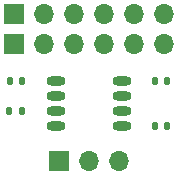
<source format=gbr>
%TF.GenerationSoftware,KiCad,Pcbnew,8.0.5*%
%TF.CreationDate,2024-11-06T12:15:14-05:00*%
%TF.ProjectId,Debug Adapter,44656275-6720-4416-9461-707465722e6b,rev?*%
%TF.SameCoordinates,Original*%
%TF.FileFunction,Soldermask,Bot*%
%TF.FilePolarity,Negative*%
%FSLAX46Y46*%
G04 Gerber Fmt 4.6, Leading zero omitted, Abs format (unit mm)*
G04 Created by KiCad (PCBNEW 8.0.5) date 2024-11-06 12:15:14*
%MOMM*%
%LPD*%
G01*
G04 APERTURE LIST*
G04 Aperture macros list*
%AMRoundRect*
0 Rectangle with rounded corners*
0 $1 Rounding radius*
0 $2 $3 $4 $5 $6 $7 $8 $9 X,Y pos of 4 corners*
0 Add a 4 corners polygon primitive as box body*
4,1,4,$2,$3,$4,$5,$6,$7,$8,$9,$2,$3,0*
0 Add four circle primitives for the rounded corners*
1,1,$1+$1,$2,$3*
1,1,$1+$1,$4,$5*
1,1,$1+$1,$6,$7*
1,1,$1+$1,$8,$9*
0 Add four rect primitives between the rounded corners*
20,1,$1+$1,$2,$3,$4,$5,0*
20,1,$1+$1,$4,$5,$6,$7,0*
20,1,$1+$1,$6,$7,$8,$9,0*
20,1,$1+$1,$8,$9,$2,$3,0*%
G04 Aperture macros list end*
%ADD10R,1.700000X1.700000*%
%ADD11O,1.700000X1.700000*%
%ADD12RoundRect,0.135000X0.135000X0.185000X-0.135000X0.185000X-0.135000X-0.185000X0.135000X-0.185000X0*%
%ADD13O,1.604000X0.804000*%
G04 APERTURE END LIST*
D10*
%TO.C,J3*%
X134620000Y-76200000D03*
D11*
X137160000Y-76200000D03*
X139700000Y-76200000D03*
X142240000Y-76200000D03*
X144780000Y-76200000D03*
X147320000Y-76200000D03*
%TD*%
D10*
%TO.C,J1*%
X138430000Y-88646000D03*
D11*
X140970000Y-88646000D03*
X143510000Y-88646000D03*
%TD*%
D12*
%TO.C,R1*%
X147576000Y-81915000D03*
X146556000Y-81915000D03*
%TD*%
D10*
%TO.C,J2*%
X134620000Y-78740000D03*
D11*
X137160000Y-78740000D03*
X139700000Y-78740000D03*
X142240000Y-78740000D03*
X144780000Y-78740000D03*
X147320000Y-78740000D03*
%TD*%
D12*
%TO.C,R4*%
X135307800Y-81915000D03*
X134287800Y-81915000D03*
%TD*%
%TO.C,R2*%
X147576000Y-85725000D03*
X146556000Y-85725000D03*
%TD*%
%TO.C,R3*%
X135231600Y-84455000D03*
X134211600Y-84455000D03*
%TD*%
D13*
%TO.C,U1*%
X143770000Y-81915000D03*
X143770000Y-83185000D03*
X143770000Y-84455000D03*
X143770000Y-85725000D03*
X138170000Y-85725000D03*
X138170000Y-84455000D03*
X138170000Y-83185000D03*
X138170000Y-81915000D03*
%TD*%
M02*

</source>
